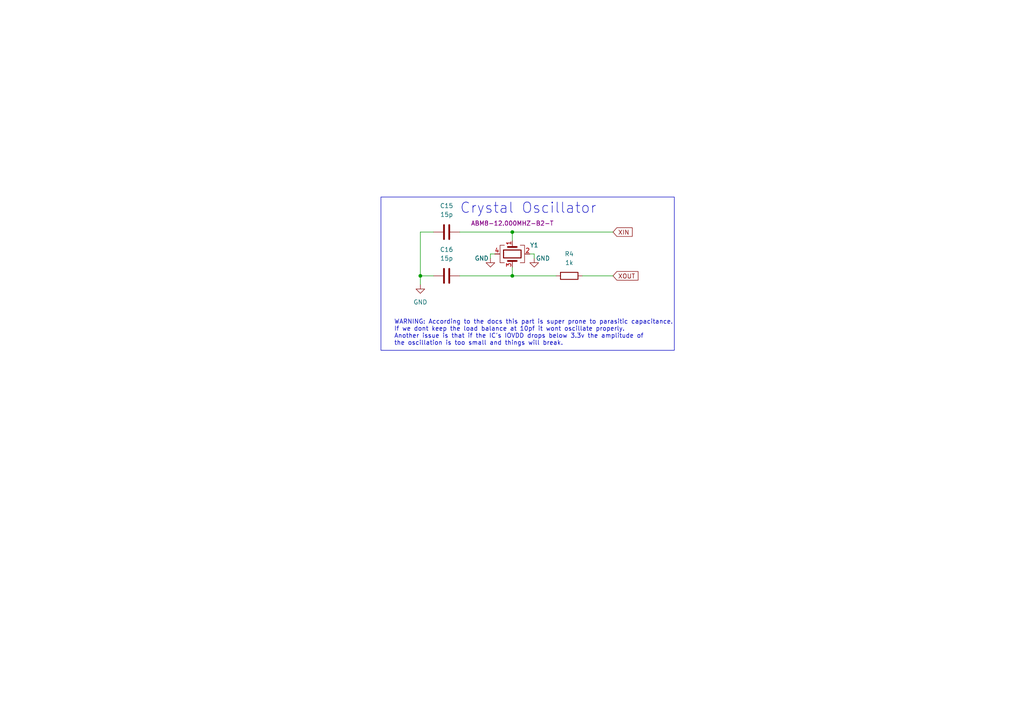
<source format=kicad_sch>
(kicad_sch (version 20230121) (generator eeschema)
  (paper "A4")
  (lib_symbols
    (symbol "Device:C" (pin_numbers hide) (pin_names (offset 0.254))
      (property "Reference" "C" (at 0.635 2.54 0))
      (property "Value" "C" (at 0.635 -2.54 0))
      (symbol "C_0_1"
        (polyline (pts (xy -2.032 -0.762) (xy 2.032 -0.762)) (stroke (width 0.508)))
        (polyline (pts (xy -2.032 0.762) (xy 2.032 0.762)) (stroke (width 0.508)))
      )
      (symbol "C_1_1"
        (pin passive line (at 0 3.81 270) (length 2.794) (name "~") (number "1"))
        (pin passive line (at 0 -3.81 90) (length 2.794) (name "~") (number "2"))
      )
    )
    (symbol "Device:Crystal_GND24" (pin_names (offset 1.016) hide)
      (property "Reference" "Y" (at 3.175 5.08 0))
      (property "Value" "Crystal_GND24" (at 3.175 3.175 0))
      (symbol "Crystal_GND24_0_1"
        (rectangle (start -1.143 2.54) (end 1.143 -2.54) (stroke (width 0.3048)))
        (polyline (pts (xy -2.54 0) (xy -2.032 0)))
        (polyline (pts (xy -2.032 -1.27) (xy -2.032 1.27)) (stroke (width 0.508)))
        (polyline (pts (xy 0 -3.81) (xy 0 -3.556)))
        (polyline (pts (xy 0 3.556) (xy 0 3.81)))
        (polyline (pts (xy 2.032 -1.27) (xy 2.032 1.27)) (stroke (width 0.508)))
        (polyline (pts (xy 2.032 0) (xy 2.54 0)))
        (polyline (pts (xy -2.54 -2.286) (xy -2.54 -3.556) (xy 2.54 -3.556) (xy 2.54 -2.286)))
        (polyline (pts (xy -2.54 2.286) (xy -2.54 3.556) (xy 2.54 3.556) (xy 2.54 2.286)))
      )
      (symbol "Crystal_GND24_1_1"
        (pin passive line (at -3.81 0 0) (length 1.27) (name "1") (number "1"))
        (pin passive line (at 0 5.08 270) (length 1.27) (name "2") (number "2"))
        (pin passive line (at 3.81 0 180) (length 1.27) (name "3") (number "3"))
        (pin passive line (at 0 -5.08 90) (length 1.27) (name "4") (number "4"))
      )
    )
    (symbol "Device:R" (pin_numbers hide) (pin_names (offset 0))
      (property "Reference" "R" (at 2.032 0 90))
      (property "Value" "R" (at 0 0 90))
      (symbol "R_0_1"
        (rectangle (start -1.016 -2.54) (end 1.016 2.54) (stroke (width 0.254)))
      )
      (symbol "R_1_1"
        (pin passive line (at 0 3.81 270) (length 1.27) (name "~") (number "1"))
        (pin passive line (at 0 -3.81 90) (length 1.27) (name "~") (number "2"))
      )
    )
    (symbol "power:GND" (power) (pin_names (offset 0))
      (property "Value" "GND" (at 0 -3.81 0))
      (symbol "GND_0_1"
        (polyline (pts (xy 0 0) (xy 0 -1.27) (xy 1.27 -1.27) (xy 0 -2.54) (xy -1.27 -1.27) (xy 0 -1.27)))
      )
      (symbol "GND_1_1"
        (pin power_in line (at 0 0 270) (length 0) hide (name "GND") (number "1"))
      )
    )
  )
  (junction (at 148.59 67.31))
  (junction (at 121.92 80.01))
  (junction (at 148.59 80.01))
  (wire (pts (xy 133.35 67.31) (xy 148.59 67.31)))
  (wire (pts (xy 148.59 67.31) (xy 177.8 67.31)))
  (wire (pts (xy 148.59 77.47) (xy 148.59 80.01)))
  (wire (pts (xy 143.51 73.66) (xy 142.24 73.66)))
  (wire (pts (xy 148.59 80.01) (xy 161.29 80.01)))
  (wire (pts (xy 121.92 80.01) (xy 121.92 82.55)))
  (wire (pts (xy 121.92 80.01) (xy 125.73 80.01)))
  (wire (pts (xy 154.94 73.66) (xy 154.94 74.93)))
  (wire (pts (xy 125.73 67.31) (xy 121.92 67.31)))
  (wire (pts (xy 148.59 67.31) (xy 148.59 69.85)))
  (wire (pts (xy 153.67 73.66) (xy 154.94 73.66)))
  (wire (pts (xy 121.92 67.31) (xy 121.92 80.01)))
  (wire (pts (xy 133.35 80.01) (xy 148.59 80.01)))
  (wire (pts (xy 168.91 80.01) (xy 177.8 80.01)))
  (wire (pts (xy 142.24 73.66) (xy 142.24 74.93)))
  (rectangle (start 110.49 57.15) (end 195.58 101.6))
  (text "WARNING: According to the docs this part is super prone to parasitic capacitance.\nIf we dont keep the load balance at 10pf it wont oscillate properly.\nAnother issue is that if the IC's IOVDD drops below 3.3v the amplitude of\nthe oscillation is too small and things will break." (at 114.3 100.33 0) (effects (font (size 1.27 1.27)) (justify left bottom)))
  (text "Crystal Oscillator\n" (at 133.35 62.23 0) (effects (font (size 3 3)) (justify left bottom)))
  (global_label "XIN" (shape input) (at 177.8 67.31 0) (property "Intersheetrefs" "${INTERSHEET_REFS}" (effects hide)))
  (global_label "XOUT" (shape input) (at 177.8 80.01 0) (property "Intersheetrefs" "${INTERSHEET_REFS}" (effects hide)))
  (symbol (lib_id "power:GND") (at 142.24 74.93 0) (unit 1)
    (property "Reference" "#PWR019" (effects hide))
    (property "Value" "GND" (at 139.7 74.93 0))
  )
  (symbol (lib_id "power:GND") (at 121.92 82.55 0) (unit 1)
    (property "Reference" "#PWR020" (effects hide))
    (property "Value" "GND" (at 121.92 87.63 0))
  )
  (symbol (lib_id "power:GND") (at 154.94 74.93 0) (unit 1)
    (property "Reference" "#PWR018" (effects hide))
    (property "Value" "GND" (at 157.48 74.93 0))
  )
  (symbol (lib_id "Device:R") (at 165.1 80.01 90) (unit 1)
    (property "Reference" "R4" (at 165.1 73.66 90))
    (property "Value" "1k" (at 165.1 76.2 90))
    (property "Footprint" "Resistor_SMD:R_0402_1005Metric" (effects hide))
    (property "DigiKey" "311-1.0KJRCT-ND" (effects hide))
  )
  (symbol (lib_id "Device:C") (at 129.54 80.01 90) (unit 1)
    (property "Reference" "C16" (at 129.54 72.39 90))
    (property "Value" "15p" (at 129.54 74.93 90))
    (property "Footprint" "Capacitor_SMD:C_0201_0603Metric" (effects hide))
    (property "DigiKey" "490-9658-1-ND" (effects hide))
  )
  (symbol (lib_id "Device:C") (at 129.54 67.31 90) (unit 1)
    (property "Reference" "C15" (at 129.54 59.69 90))
    (property "Value" "15p" (at 129.54 62.23 90))
    (property "Footprint" "Capacitor_SMD:C_0201_0603Metric" (effects hide))
    (property "DigiKey" "490-9658-1-ND" (effects hide))
  )
  (symbol (lib_id "Device:Crystal_GND24") (at 148.59 73.66 270) (unit 1)
    (property "Reference" "Y1" (at 154.94 71.12 90))
    (property "Value" "Crystal_GND24" (effects hide))
    (property "Footprint" "ND68:XTAL_ABM8-12.000MHZ-B2-T" (effects hide))
    (property "DigiKey" "535-9826-1-ND" (effects hide))
    (property "Name" "ABM8-12.000MHZ-B2-T" (at 148.59 64.77 90))
  )
)
</source>
